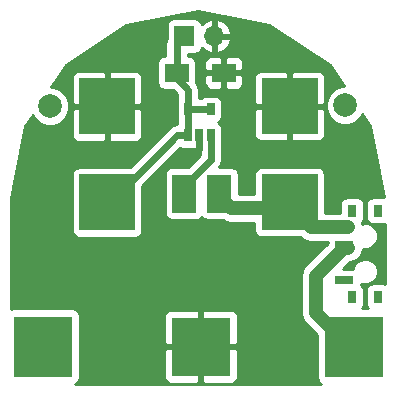
<source format=gbr>
G04 #@! TF.FileFunction,Copper,L1,Top,Signal*
%FSLAX46Y46*%
G04 Gerber Fmt 4.6, Leading zero omitted, Abs format (unit mm)*
G04 Created by KiCad (PCBNEW 4.0.1-stable) date 2018年05月23日 水曜日 13:50:07*
%MOMM*%
G01*
G04 APERTURE LIST*
%ADD10C,0.020000*%
%ADD11R,5.000000X5.000000*%
%ADD12R,5.000000X5.200000*%
%ADD13C,2.000000*%
%ADD14R,4.700000X4.700000*%
%ADD15R,2.000000X1.600000*%
%ADD16R,2.000000X3.200000*%
%ADD17R,1.500000X0.700000*%
%ADD18R,0.800000X1.000000*%
%ADD19R,1.700000X1.700000*%
%ADD20O,1.700000X1.700000*%
%ADD21R,0.650000X1.060000*%
%ADD22C,0.600000*%
%ADD23C,1.200000*%
%ADD24C,0.254000*%
G04 APERTURE END LIST*
D10*
D11*
X148762720Y-117642640D03*
D12*
X161762720Y-117642640D03*
X135362720Y-117642640D03*
D13*
X135976360Y-97292160D03*
X160985200Y-97231200D03*
D14*
X156281120Y-105406000D03*
X156281120Y-97286000D03*
D15*
X146708360Y-94462600D03*
X150708360Y-94462600D03*
D14*
X140827760Y-105436480D03*
X140827760Y-97316480D03*
D16*
X150338920Y-104683560D03*
X147338920Y-104683560D03*
D17*
X160921720Y-112033880D03*
X160921720Y-109033880D03*
X160921720Y-107533880D03*
D18*
X163781720Y-113433880D03*
X163781720Y-106133880D03*
X161571720Y-106133880D03*
X161571720Y-113433880D03*
D19*
X147360640Y-91348560D03*
D20*
X149900640Y-91348560D03*
D21*
X147690800Y-99766120D03*
X148640800Y-99766120D03*
X149590800Y-99766120D03*
X149590800Y-97566120D03*
X147690800Y-97566120D03*
D22*
X148640800Y-99766120D02*
X148640800Y-100896120D01*
X148640800Y-100896120D02*
X148424600Y-101112320D01*
D23*
X161246840Y-109277720D02*
X160846840Y-109277720D01*
X158484080Y-111640480D02*
X158484080Y-114782440D01*
X158484080Y-114782440D02*
X162184080Y-118482440D01*
X160846840Y-109277720D02*
X158484080Y-111640480D01*
X162184080Y-118482440D02*
X162184080Y-118582440D01*
D22*
X149600920Y-100906240D02*
X149600920Y-101821560D01*
X149600920Y-101821560D02*
X147338920Y-104083560D01*
X147338920Y-104083560D02*
X147338920Y-104683560D01*
X149590800Y-99766120D02*
X149590800Y-100896120D01*
X149590800Y-100896120D02*
X149600920Y-100906240D01*
X147374480Y-105008680D02*
X147374480Y-104408680D01*
X146706840Y-94924880D02*
X146706840Y-92002360D01*
X146706840Y-92002360D02*
X147360640Y-91348560D01*
X147690800Y-97566120D02*
X147690800Y-95908840D01*
X147690800Y-95908840D02*
X146706840Y-94924880D01*
X147690800Y-97566120D02*
X149590800Y-97566120D01*
X147690800Y-99766120D02*
X147690800Y-97566120D01*
X147690800Y-99766120D02*
X146765800Y-99766120D01*
X146765800Y-99766120D02*
X140704280Y-105827640D01*
X140704280Y-105827640D02*
X140680440Y-105827640D01*
D23*
X156301440Y-105919080D02*
X151284880Y-105919080D01*
X151284880Y-105919080D02*
X150374480Y-105008680D01*
X161217000Y-107543600D02*
X158130240Y-107543600D01*
D24*
G36*
X154548102Y-90404844D02*
X159674504Y-93830196D01*
X160854433Y-95596085D01*
X160661405Y-95595916D01*
X160060257Y-95844306D01*
X159599922Y-96303837D01*
X159350484Y-96904552D01*
X159349916Y-97554995D01*
X159598306Y-98156143D01*
X160057837Y-98616478D01*
X160658552Y-98865916D01*
X161308995Y-98866484D01*
X161910143Y-98618094D01*
X162370478Y-98158563D01*
X162445655Y-97977516D01*
X163099856Y-98956596D01*
X164304200Y-105011243D01*
X164181720Y-104986440D01*
X163381720Y-104986440D01*
X163146403Y-105030718D01*
X162930279Y-105169790D01*
X162785289Y-105381990D01*
X162734280Y-105633880D01*
X162734280Y-106633880D01*
X162778558Y-106869197D01*
X162917630Y-107085321D01*
X163129830Y-107230311D01*
X163381720Y-107281320D01*
X164181720Y-107281320D01*
X164316100Y-107256035D01*
X164316100Y-112313653D01*
X164181720Y-112286440D01*
X163381720Y-112286440D01*
X163146403Y-112330718D01*
X162930279Y-112469790D01*
X162785289Y-112681990D01*
X162734280Y-112933880D01*
X162734280Y-113933880D01*
X162778558Y-114169197D01*
X162917630Y-114385321D01*
X162932088Y-114395200D01*
X162425054Y-114395200D01*
X162568151Y-114185770D01*
X162619160Y-113933880D01*
X162619160Y-112933880D01*
X162574882Y-112698563D01*
X162435810Y-112482439D01*
X162315806Y-112400444D01*
X162319160Y-112383880D01*
X162319160Y-112308152D01*
X162464953Y-112368691D01*
X162896593Y-112369068D01*
X163295520Y-112204234D01*
X163601002Y-111899285D01*
X163766531Y-111500647D01*
X163766908Y-111069007D01*
X163602074Y-110670080D01*
X163297125Y-110364598D01*
X162898487Y-110199069D01*
X162466847Y-110198692D01*
X162067920Y-110363526D01*
X161762438Y-110668475D01*
X161609646Y-111036440D01*
X160834674Y-111036440D01*
X161386093Y-110485021D01*
X161719454Y-110418711D01*
X162120117Y-110150997D01*
X162387831Y-109750334D01*
X162463837Y-109368228D01*
X162464953Y-109368691D01*
X162896593Y-109369068D01*
X163295520Y-109204234D01*
X163601002Y-108899285D01*
X163766531Y-108500647D01*
X163766908Y-108069007D01*
X163602074Y-107670080D01*
X163297125Y-107364598D01*
X162898487Y-107199069D01*
X162466847Y-107198692D01*
X162389731Y-107230556D01*
X162370144Y-107132085D01*
X162423161Y-107097970D01*
X162568151Y-106885770D01*
X162619160Y-106633880D01*
X162619160Y-105633880D01*
X162574882Y-105398563D01*
X162435810Y-105182439D01*
X162223610Y-105037449D01*
X161971720Y-104986440D01*
X161171720Y-104986440D01*
X160936403Y-105030718D01*
X160720279Y-105169790D01*
X160575289Y-105381990D01*
X160524280Y-105633880D01*
X160524280Y-106308600D01*
X159278560Y-106308600D01*
X159278560Y-103056000D01*
X159234282Y-102820683D01*
X159095210Y-102604559D01*
X158883010Y-102459569D01*
X158631120Y-102408560D01*
X153931120Y-102408560D01*
X153695803Y-102452838D01*
X153479679Y-102591910D01*
X153334689Y-102804110D01*
X153283680Y-103056000D01*
X153283680Y-104684080D01*
X151986360Y-104684080D01*
X151986360Y-103083560D01*
X151942082Y-102848243D01*
X151803010Y-102632119D01*
X151590810Y-102487129D01*
X151338920Y-102436120D01*
X150293192Y-102436120D01*
X150464747Y-102179369D01*
X150535920Y-101821560D01*
X150535920Y-100906240D01*
X150525800Y-100855364D01*
X150525800Y-100481004D01*
X150563240Y-100296120D01*
X150563240Y-99236120D01*
X150518962Y-99000803D01*
X150379890Y-98784679D01*
X150204568Y-98664887D01*
X150367241Y-98560210D01*
X150512231Y-98348010D01*
X150563240Y-98096120D01*
X150563240Y-97571750D01*
X153296120Y-97571750D01*
X153296120Y-99762309D01*
X153392793Y-99995698D01*
X153571421Y-100174327D01*
X153804810Y-100271000D01*
X155995370Y-100271000D01*
X156154120Y-100112250D01*
X156154120Y-97413000D01*
X156408120Y-97413000D01*
X156408120Y-100112250D01*
X156566870Y-100271000D01*
X158757430Y-100271000D01*
X158990819Y-100174327D01*
X159169447Y-99995698D01*
X159266120Y-99762309D01*
X159266120Y-97571750D01*
X159107370Y-97413000D01*
X156408120Y-97413000D01*
X156154120Y-97413000D01*
X153454870Y-97413000D01*
X153296120Y-97571750D01*
X150563240Y-97571750D01*
X150563240Y-97036120D01*
X150518962Y-96800803D01*
X150379890Y-96584679D01*
X150167690Y-96439689D01*
X149915800Y-96388680D01*
X149265800Y-96388680D01*
X149030483Y-96432958D01*
X148814359Y-96572030D01*
X148773985Y-96631120D01*
X148625800Y-96631120D01*
X148625800Y-95908845D01*
X148625801Y-95908840D01*
X148554627Y-95551032D01*
X148554627Y-95551031D01*
X148355800Y-95253464D01*
X148355800Y-94748350D01*
X149073360Y-94748350D01*
X149073360Y-95388910D01*
X149170033Y-95622299D01*
X149348662Y-95800927D01*
X149582051Y-95897600D01*
X150422610Y-95897600D01*
X150581360Y-95738850D01*
X150581360Y-94589600D01*
X150835360Y-94589600D01*
X150835360Y-95738850D01*
X150994110Y-95897600D01*
X151834669Y-95897600D01*
X152068058Y-95800927D01*
X152246687Y-95622299D01*
X152343360Y-95388910D01*
X152343360Y-94809691D01*
X153296120Y-94809691D01*
X153296120Y-97000250D01*
X153454870Y-97159000D01*
X156154120Y-97159000D01*
X156154120Y-94459750D01*
X156408120Y-94459750D01*
X156408120Y-97159000D01*
X159107370Y-97159000D01*
X159266120Y-97000250D01*
X159266120Y-94809691D01*
X159169447Y-94576302D01*
X158990819Y-94397673D01*
X158757430Y-94301000D01*
X156566870Y-94301000D01*
X156408120Y-94459750D01*
X156154120Y-94459750D01*
X155995370Y-94301000D01*
X153804810Y-94301000D01*
X153571421Y-94397673D01*
X153392793Y-94576302D01*
X153296120Y-94809691D01*
X152343360Y-94809691D01*
X152343360Y-94748350D01*
X152184610Y-94589600D01*
X150835360Y-94589600D01*
X150581360Y-94589600D01*
X149232110Y-94589600D01*
X149073360Y-94748350D01*
X148355800Y-94748350D01*
X148355800Y-93662600D01*
X148332034Y-93536290D01*
X149073360Y-93536290D01*
X149073360Y-94176850D01*
X149232110Y-94335600D01*
X150581360Y-94335600D01*
X150581360Y-93186350D01*
X150835360Y-93186350D01*
X150835360Y-94335600D01*
X152184610Y-94335600D01*
X152343360Y-94176850D01*
X152343360Y-93536290D01*
X152246687Y-93302901D01*
X152068058Y-93124273D01*
X151834669Y-93027600D01*
X150994110Y-93027600D01*
X150835360Y-93186350D01*
X150581360Y-93186350D01*
X150422610Y-93027600D01*
X149582051Y-93027600D01*
X149348662Y-93124273D01*
X149170033Y-93302901D01*
X149073360Y-93536290D01*
X148332034Y-93536290D01*
X148311522Y-93427283D01*
X148172450Y-93211159D01*
X147960250Y-93066169D01*
X147708360Y-93015160D01*
X147641840Y-93015160D01*
X147641840Y-92846000D01*
X148210640Y-92846000D01*
X148445957Y-92801722D01*
X148662081Y-92662650D01*
X148807071Y-92450450D01*
X148830195Y-92336259D01*
X149019282Y-92543743D01*
X149543748Y-92790046D01*
X149773640Y-92669379D01*
X149773640Y-91475560D01*
X150027640Y-91475560D01*
X150027640Y-92669379D01*
X150257532Y-92790046D01*
X150781998Y-92543743D01*
X151172285Y-92115484D01*
X151342116Y-91705450D01*
X151220795Y-91475560D01*
X150027640Y-91475560D01*
X149773640Y-91475560D01*
X149753640Y-91475560D01*
X149753640Y-91221560D01*
X149773640Y-91221560D01*
X149773640Y-90027741D01*
X150027640Y-90027741D01*
X150027640Y-91221560D01*
X151220795Y-91221560D01*
X151342116Y-90991670D01*
X151172285Y-90581636D01*
X150781998Y-90153377D01*
X150257532Y-89907074D01*
X150027640Y-90027741D01*
X149773640Y-90027741D01*
X149543748Y-89907074D01*
X149019282Y-90153377D01*
X148831832Y-90359064D01*
X148813802Y-90263243D01*
X148674730Y-90047119D01*
X148462530Y-89902129D01*
X148210640Y-89851120D01*
X146510640Y-89851120D01*
X146275323Y-89895398D01*
X146059199Y-90034470D01*
X145914209Y-90246670D01*
X145863200Y-90498560D01*
X145863200Y-91614339D01*
X145843013Y-91644551D01*
X145771840Y-92002360D01*
X145771840Y-93015160D01*
X145708360Y-93015160D01*
X145473043Y-93059438D01*
X145256919Y-93198510D01*
X145111929Y-93410710D01*
X145060920Y-93662600D01*
X145060920Y-95262600D01*
X145105198Y-95497917D01*
X145244270Y-95714041D01*
X145456470Y-95859031D01*
X145708360Y-95910040D01*
X146369710Y-95910040D01*
X146755800Y-96296130D01*
X146755800Y-96851236D01*
X146718360Y-97036120D01*
X146718360Y-98096120D01*
X146755800Y-98295096D01*
X146755800Y-98833109D01*
X146407991Y-98902293D01*
X146104655Y-99104975D01*
X142770590Y-102439040D01*
X138477760Y-102439040D01*
X138242443Y-102483318D01*
X138026319Y-102622390D01*
X137881329Y-102834590D01*
X137830320Y-103086480D01*
X137830320Y-107786480D01*
X137874598Y-108021797D01*
X138013670Y-108237921D01*
X138225870Y-108382911D01*
X138477760Y-108433920D01*
X143177760Y-108433920D01*
X143413077Y-108389642D01*
X143629201Y-108250570D01*
X143774191Y-108038370D01*
X143825200Y-107786480D01*
X143825200Y-104029010D01*
X147023460Y-100830750D01*
X147113910Y-100892551D01*
X147365800Y-100943560D01*
X148015800Y-100943560D01*
X148155886Y-100917201D01*
X148189490Y-100931120D01*
X148355050Y-100931120D01*
X148513800Y-100772370D01*
X148513800Y-100692069D01*
X148612231Y-100548010D01*
X148639976Y-100411000D01*
X148655800Y-100495096D01*
X148655800Y-100896120D01*
X148665920Y-100946996D01*
X148665920Y-101434270D01*
X147664070Y-102436120D01*
X146338920Y-102436120D01*
X146103603Y-102480398D01*
X145887479Y-102619470D01*
X145742489Y-102831670D01*
X145691480Y-103083560D01*
X145691480Y-106283560D01*
X145735758Y-106518877D01*
X145874830Y-106735001D01*
X146087030Y-106879991D01*
X146338920Y-106931000D01*
X148338920Y-106931000D01*
X148574237Y-106886722D01*
X148790361Y-106747650D01*
X148838054Y-106677849D01*
X148874830Y-106735001D01*
X149087030Y-106879991D01*
X149338920Y-106931000D01*
X150619097Y-106931000D01*
X150812266Y-107060071D01*
X151284880Y-107154080D01*
X153283680Y-107154080D01*
X153283680Y-107756000D01*
X153327958Y-107991317D01*
X153467030Y-108207441D01*
X153679230Y-108352431D01*
X153931120Y-108403440D01*
X157247985Y-108403440D01*
X157256963Y-108416877D01*
X157657626Y-108684591D01*
X158130240Y-108778600D01*
X159524280Y-108778600D01*
X159524280Y-108853726D01*
X157610803Y-110767203D01*
X157343089Y-111167866D01*
X157249080Y-111640480D01*
X157249080Y-114782440D01*
X157343089Y-115255054D01*
X157610803Y-115655717D01*
X158615280Y-116660194D01*
X158615280Y-120242640D01*
X158659558Y-120477957D01*
X158798630Y-120694081D01*
X158980870Y-120818600D01*
X138140310Y-120818600D01*
X138314161Y-120706730D01*
X138459151Y-120494530D01*
X138510160Y-120242640D01*
X138510160Y-117928390D01*
X145627720Y-117928390D01*
X145627720Y-120268950D01*
X145724393Y-120502339D01*
X145903022Y-120680967D01*
X146136411Y-120777640D01*
X148476970Y-120777640D01*
X148635720Y-120618890D01*
X148635720Y-117769640D01*
X148889720Y-117769640D01*
X148889720Y-120618890D01*
X149048470Y-120777640D01*
X151389029Y-120777640D01*
X151622418Y-120680967D01*
X151801047Y-120502339D01*
X151897720Y-120268950D01*
X151897720Y-117928390D01*
X151738970Y-117769640D01*
X148889720Y-117769640D01*
X148635720Y-117769640D01*
X145786470Y-117769640D01*
X145627720Y-117928390D01*
X138510160Y-117928390D01*
X138510160Y-115042640D01*
X138505210Y-115016330D01*
X145627720Y-115016330D01*
X145627720Y-117356890D01*
X145786470Y-117515640D01*
X148635720Y-117515640D01*
X148635720Y-114666390D01*
X148889720Y-114666390D01*
X148889720Y-117515640D01*
X151738970Y-117515640D01*
X151897720Y-117356890D01*
X151897720Y-115016330D01*
X151801047Y-114782941D01*
X151622418Y-114604313D01*
X151389029Y-114507640D01*
X149048470Y-114507640D01*
X148889720Y-114666390D01*
X148635720Y-114666390D01*
X148476970Y-114507640D01*
X146136411Y-114507640D01*
X145903022Y-114604313D01*
X145724393Y-114782941D01*
X145627720Y-115016330D01*
X138505210Y-115016330D01*
X138465882Y-114807323D01*
X138326810Y-114591199D01*
X138114610Y-114446209D01*
X137862720Y-114395200D01*
X132862720Y-114395200D01*
X132686100Y-114428433D01*
X132686100Y-105071067D01*
X133902344Y-98956598D01*
X134515718Y-98038619D01*
X134589466Y-98217103D01*
X135048997Y-98677438D01*
X135649712Y-98926876D01*
X136300155Y-98927444D01*
X136901303Y-98679054D01*
X137361638Y-98219523D01*
X137611076Y-97618808D01*
X137611090Y-97602230D01*
X137842760Y-97602230D01*
X137842760Y-99792789D01*
X137939433Y-100026178D01*
X138118061Y-100204807D01*
X138351450Y-100301480D01*
X140542010Y-100301480D01*
X140700760Y-100142730D01*
X140700760Y-97443480D01*
X140954760Y-97443480D01*
X140954760Y-100142730D01*
X141113510Y-100301480D01*
X143304070Y-100301480D01*
X143537459Y-100204807D01*
X143716087Y-100026178D01*
X143812760Y-99792789D01*
X143812760Y-97602230D01*
X143654010Y-97443480D01*
X140954760Y-97443480D01*
X140700760Y-97443480D01*
X138001510Y-97443480D01*
X137842760Y-97602230D01*
X137611090Y-97602230D01*
X137611644Y-96968365D01*
X137363254Y-96367217D01*
X136903723Y-95906882D01*
X136303008Y-95657444D01*
X136106882Y-95657273D01*
X136652852Y-94840171D01*
X137842760Y-94840171D01*
X137842760Y-97030730D01*
X138001510Y-97189480D01*
X140700760Y-97189480D01*
X140700760Y-94490230D01*
X140954760Y-94490230D01*
X140954760Y-97189480D01*
X143654010Y-97189480D01*
X143812760Y-97030730D01*
X143812760Y-94840171D01*
X143716087Y-94606782D01*
X143537459Y-94428153D01*
X143304070Y-94331480D01*
X141113510Y-94331480D01*
X140954760Y-94490230D01*
X140700760Y-94490230D01*
X140542010Y-94331480D01*
X138351450Y-94331480D01*
X138118061Y-94428153D01*
X137939433Y-94606782D01*
X137842760Y-94840171D01*
X136652852Y-94840171D01*
X137327696Y-93830196D01*
X142454096Y-90404844D01*
X148501100Y-89202020D01*
X154548102Y-90404844D01*
X154548102Y-90404844D01*
G37*
X154548102Y-90404844D02*
X159674504Y-93830196D01*
X160854433Y-95596085D01*
X160661405Y-95595916D01*
X160060257Y-95844306D01*
X159599922Y-96303837D01*
X159350484Y-96904552D01*
X159349916Y-97554995D01*
X159598306Y-98156143D01*
X160057837Y-98616478D01*
X160658552Y-98865916D01*
X161308995Y-98866484D01*
X161910143Y-98618094D01*
X162370478Y-98158563D01*
X162445655Y-97977516D01*
X163099856Y-98956596D01*
X164304200Y-105011243D01*
X164181720Y-104986440D01*
X163381720Y-104986440D01*
X163146403Y-105030718D01*
X162930279Y-105169790D01*
X162785289Y-105381990D01*
X162734280Y-105633880D01*
X162734280Y-106633880D01*
X162778558Y-106869197D01*
X162917630Y-107085321D01*
X163129830Y-107230311D01*
X163381720Y-107281320D01*
X164181720Y-107281320D01*
X164316100Y-107256035D01*
X164316100Y-112313653D01*
X164181720Y-112286440D01*
X163381720Y-112286440D01*
X163146403Y-112330718D01*
X162930279Y-112469790D01*
X162785289Y-112681990D01*
X162734280Y-112933880D01*
X162734280Y-113933880D01*
X162778558Y-114169197D01*
X162917630Y-114385321D01*
X162932088Y-114395200D01*
X162425054Y-114395200D01*
X162568151Y-114185770D01*
X162619160Y-113933880D01*
X162619160Y-112933880D01*
X162574882Y-112698563D01*
X162435810Y-112482439D01*
X162315806Y-112400444D01*
X162319160Y-112383880D01*
X162319160Y-112308152D01*
X162464953Y-112368691D01*
X162896593Y-112369068D01*
X163295520Y-112204234D01*
X163601002Y-111899285D01*
X163766531Y-111500647D01*
X163766908Y-111069007D01*
X163602074Y-110670080D01*
X163297125Y-110364598D01*
X162898487Y-110199069D01*
X162466847Y-110198692D01*
X162067920Y-110363526D01*
X161762438Y-110668475D01*
X161609646Y-111036440D01*
X160834674Y-111036440D01*
X161386093Y-110485021D01*
X161719454Y-110418711D01*
X162120117Y-110150997D01*
X162387831Y-109750334D01*
X162463837Y-109368228D01*
X162464953Y-109368691D01*
X162896593Y-109369068D01*
X163295520Y-109204234D01*
X163601002Y-108899285D01*
X163766531Y-108500647D01*
X163766908Y-108069007D01*
X163602074Y-107670080D01*
X163297125Y-107364598D01*
X162898487Y-107199069D01*
X162466847Y-107198692D01*
X162389731Y-107230556D01*
X162370144Y-107132085D01*
X162423161Y-107097970D01*
X162568151Y-106885770D01*
X162619160Y-106633880D01*
X162619160Y-105633880D01*
X162574882Y-105398563D01*
X162435810Y-105182439D01*
X162223610Y-105037449D01*
X161971720Y-104986440D01*
X161171720Y-104986440D01*
X160936403Y-105030718D01*
X160720279Y-105169790D01*
X160575289Y-105381990D01*
X160524280Y-105633880D01*
X160524280Y-106308600D01*
X159278560Y-106308600D01*
X159278560Y-103056000D01*
X159234282Y-102820683D01*
X159095210Y-102604559D01*
X158883010Y-102459569D01*
X158631120Y-102408560D01*
X153931120Y-102408560D01*
X153695803Y-102452838D01*
X153479679Y-102591910D01*
X153334689Y-102804110D01*
X153283680Y-103056000D01*
X153283680Y-104684080D01*
X151986360Y-104684080D01*
X151986360Y-103083560D01*
X151942082Y-102848243D01*
X151803010Y-102632119D01*
X151590810Y-102487129D01*
X151338920Y-102436120D01*
X150293192Y-102436120D01*
X150464747Y-102179369D01*
X150535920Y-101821560D01*
X150535920Y-100906240D01*
X150525800Y-100855364D01*
X150525800Y-100481004D01*
X150563240Y-100296120D01*
X150563240Y-99236120D01*
X150518962Y-99000803D01*
X150379890Y-98784679D01*
X150204568Y-98664887D01*
X150367241Y-98560210D01*
X150512231Y-98348010D01*
X150563240Y-98096120D01*
X150563240Y-97571750D01*
X153296120Y-97571750D01*
X153296120Y-99762309D01*
X153392793Y-99995698D01*
X153571421Y-100174327D01*
X153804810Y-100271000D01*
X155995370Y-100271000D01*
X156154120Y-100112250D01*
X156154120Y-97413000D01*
X156408120Y-97413000D01*
X156408120Y-100112250D01*
X156566870Y-100271000D01*
X158757430Y-100271000D01*
X158990819Y-100174327D01*
X159169447Y-99995698D01*
X159266120Y-99762309D01*
X159266120Y-97571750D01*
X159107370Y-97413000D01*
X156408120Y-97413000D01*
X156154120Y-97413000D01*
X153454870Y-97413000D01*
X153296120Y-97571750D01*
X150563240Y-97571750D01*
X150563240Y-97036120D01*
X150518962Y-96800803D01*
X150379890Y-96584679D01*
X150167690Y-96439689D01*
X149915800Y-96388680D01*
X149265800Y-96388680D01*
X149030483Y-96432958D01*
X148814359Y-96572030D01*
X148773985Y-96631120D01*
X148625800Y-96631120D01*
X148625800Y-95908845D01*
X148625801Y-95908840D01*
X148554627Y-95551032D01*
X148554627Y-95551031D01*
X148355800Y-95253464D01*
X148355800Y-94748350D01*
X149073360Y-94748350D01*
X149073360Y-95388910D01*
X149170033Y-95622299D01*
X149348662Y-95800927D01*
X149582051Y-95897600D01*
X150422610Y-95897600D01*
X150581360Y-95738850D01*
X150581360Y-94589600D01*
X150835360Y-94589600D01*
X150835360Y-95738850D01*
X150994110Y-95897600D01*
X151834669Y-95897600D01*
X152068058Y-95800927D01*
X152246687Y-95622299D01*
X152343360Y-95388910D01*
X152343360Y-94809691D01*
X153296120Y-94809691D01*
X153296120Y-97000250D01*
X153454870Y-97159000D01*
X156154120Y-97159000D01*
X156154120Y-94459750D01*
X156408120Y-94459750D01*
X156408120Y-97159000D01*
X159107370Y-97159000D01*
X159266120Y-97000250D01*
X159266120Y-94809691D01*
X159169447Y-94576302D01*
X158990819Y-94397673D01*
X158757430Y-94301000D01*
X156566870Y-94301000D01*
X156408120Y-94459750D01*
X156154120Y-94459750D01*
X155995370Y-94301000D01*
X153804810Y-94301000D01*
X153571421Y-94397673D01*
X153392793Y-94576302D01*
X153296120Y-94809691D01*
X152343360Y-94809691D01*
X152343360Y-94748350D01*
X152184610Y-94589600D01*
X150835360Y-94589600D01*
X150581360Y-94589600D01*
X149232110Y-94589600D01*
X149073360Y-94748350D01*
X148355800Y-94748350D01*
X148355800Y-93662600D01*
X148332034Y-93536290D01*
X149073360Y-93536290D01*
X149073360Y-94176850D01*
X149232110Y-94335600D01*
X150581360Y-94335600D01*
X150581360Y-93186350D01*
X150835360Y-93186350D01*
X150835360Y-94335600D01*
X152184610Y-94335600D01*
X152343360Y-94176850D01*
X152343360Y-93536290D01*
X152246687Y-93302901D01*
X152068058Y-93124273D01*
X151834669Y-93027600D01*
X150994110Y-93027600D01*
X150835360Y-93186350D01*
X150581360Y-93186350D01*
X150422610Y-93027600D01*
X149582051Y-93027600D01*
X149348662Y-93124273D01*
X149170033Y-93302901D01*
X149073360Y-93536290D01*
X148332034Y-93536290D01*
X148311522Y-93427283D01*
X148172450Y-93211159D01*
X147960250Y-93066169D01*
X147708360Y-93015160D01*
X147641840Y-93015160D01*
X147641840Y-92846000D01*
X148210640Y-92846000D01*
X148445957Y-92801722D01*
X148662081Y-92662650D01*
X148807071Y-92450450D01*
X148830195Y-92336259D01*
X149019282Y-92543743D01*
X149543748Y-92790046D01*
X149773640Y-92669379D01*
X149773640Y-91475560D01*
X150027640Y-91475560D01*
X150027640Y-92669379D01*
X150257532Y-92790046D01*
X150781998Y-92543743D01*
X151172285Y-92115484D01*
X151342116Y-91705450D01*
X151220795Y-91475560D01*
X150027640Y-91475560D01*
X149773640Y-91475560D01*
X149753640Y-91475560D01*
X149753640Y-91221560D01*
X149773640Y-91221560D01*
X149773640Y-90027741D01*
X150027640Y-90027741D01*
X150027640Y-91221560D01*
X151220795Y-91221560D01*
X151342116Y-90991670D01*
X151172285Y-90581636D01*
X150781998Y-90153377D01*
X150257532Y-89907074D01*
X150027640Y-90027741D01*
X149773640Y-90027741D01*
X149543748Y-89907074D01*
X149019282Y-90153377D01*
X148831832Y-90359064D01*
X148813802Y-90263243D01*
X148674730Y-90047119D01*
X148462530Y-89902129D01*
X148210640Y-89851120D01*
X146510640Y-89851120D01*
X146275323Y-89895398D01*
X146059199Y-90034470D01*
X145914209Y-90246670D01*
X145863200Y-90498560D01*
X145863200Y-91614339D01*
X145843013Y-91644551D01*
X145771840Y-92002360D01*
X145771840Y-93015160D01*
X145708360Y-93015160D01*
X145473043Y-93059438D01*
X145256919Y-93198510D01*
X145111929Y-93410710D01*
X145060920Y-93662600D01*
X145060920Y-95262600D01*
X145105198Y-95497917D01*
X145244270Y-95714041D01*
X145456470Y-95859031D01*
X145708360Y-95910040D01*
X146369710Y-95910040D01*
X146755800Y-96296130D01*
X146755800Y-96851236D01*
X146718360Y-97036120D01*
X146718360Y-98096120D01*
X146755800Y-98295096D01*
X146755800Y-98833109D01*
X146407991Y-98902293D01*
X146104655Y-99104975D01*
X142770590Y-102439040D01*
X138477760Y-102439040D01*
X138242443Y-102483318D01*
X138026319Y-102622390D01*
X137881329Y-102834590D01*
X137830320Y-103086480D01*
X137830320Y-107786480D01*
X137874598Y-108021797D01*
X138013670Y-108237921D01*
X138225870Y-108382911D01*
X138477760Y-108433920D01*
X143177760Y-108433920D01*
X143413077Y-108389642D01*
X143629201Y-108250570D01*
X143774191Y-108038370D01*
X143825200Y-107786480D01*
X143825200Y-104029010D01*
X147023460Y-100830750D01*
X147113910Y-100892551D01*
X147365800Y-100943560D01*
X148015800Y-100943560D01*
X148155886Y-100917201D01*
X148189490Y-100931120D01*
X148355050Y-100931120D01*
X148513800Y-100772370D01*
X148513800Y-100692069D01*
X148612231Y-100548010D01*
X148639976Y-100411000D01*
X148655800Y-100495096D01*
X148655800Y-100896120D01*
X148665920Y-100946996D01*
X148665920Y-101434270D01*
X147664070Y-102436120D01*
X146338920Y-102436120D01*
X146103603Y-102480398D01*
X145887479Y-102619470D01*
X145742489Y-102831670D01*
X145691480Y-103083560D01*
X145691480Y-106283560D01*
X145735758Y-106518877D01*
X145874830Y-106735001D01*
X146087030Y-106879991D01*
X146338920Y-106931000D01*
X148338920Y-106931000D01*
X148574237Y-106886722D01*
X148790361Y-106747650D01*
X148838054Y-106677849D01*
X148874830Y-106735001D01*
X149087030Y-106879991D01*
X149338920Y-106931000D01*
X150619097Y-106931000D01*
X150812266Y-107060071D01*
X151284880Y-107154080D01*
X153283680Y-107154080D01*
X153283680Y-107756000D01*
X153327958Y-107991317D01*
X153467030Y-108207441D01*
X153679230Y-108352431D01*
X153931120Y-108403440D01*
X157247985Y-108403440D01*
X157256963Y-108416877D01*
X157657626Y-108684591D01*
X158130240Y-108778600D01*
X159524280Y-108778600D01*
X159524280Y-108853726D01*
X157610803Y-110767203D01*
X157343089Y-111167866D01*
X157249080Y-111640480D01*
X157249080Y-114782440D01*
X157343089Y-115255054D01*
X157610803Y-115655717D01*
X158615280Y-116660194D01*
X158615280Y-120242640D01*
X158659558Y-120477957D01*
X158798630Y-120694081D01*
X158980870Y-120818600D01*
X138140310Y-120818600D01*
X138314161Y-120706730D01*
X138459151Y-120494530D01*
X138510160Y-120242640D01*
X138510160Y-117928390D01*
X145627720Y-117928390D01*
X145627720Y-120268950D01*
X145724393Y-120502339D01*
X145903022Y-120680967D01*
X146136411Y-120777640D01*
X148476970Y-120777640D01*
X148635720Y-120618890D01*
X148635720Y-117769640D01*
X148889720Y-117769640D01*
X148889720Y-120618890D01*
X149048470Y-120777640D01*
X151389029Y-120777640D01*
X151622418Y-120680967D01*
X151801047Y-120502339D01*
X151897720Y-120268950D01*
X151897720Y-117928390D01*
X151738970Y-117769640D01*
X148889720Y-117769640D01*
X148635720Y-117769640D01*
X145786470Y-117769640D01*
X145627720Y-117928390D01*
X138510160Y-117928390D01*
X138510160Y-115042640D01*
X138505210Y-115016330D01*
X145627720Y-115016330D01*
X145627720Y-117356890D01*
X145786470Y-117515640D01*
X148635720Y-117515640D01*
X148635720Y-114666390D01*
X148889720Y-114666390D01*
X148889720Y-117515640D01*
X151738970Y-117515640D01*
X151897720Y-117356890D01*
X151897720Y-115016330D01*
X151801047Y-114782941D01*
X151622418Y-114604313D01*
X151389029Y-114507640D01*
X149048470Y-114507640D01*
X148889720Y-114666390D01*
X148635720Y-114666390D01*
X148476970Y-114507640D01*
X146136411Y-114507640D01*
X145903022Y-114604313D01*
X145724393Y-114782941D01*
X145627720Y-115016330D01*
X138505210Y-115016330D01*
X138465882Y-114807323D01*
X138326810Y-114591199D01*
X138114610Y-114446209D01*
X137862720Y-114395200D01*
X132862720Y-114395200D01*
X132686100Y-114428433D01*
X132686100Y-105071067D01*
X133902344Y-98956598D01*
X134515718Y-98038619D01*
X134589466Y-98217103D01*
X135048997Y-98677438D01*
X135649712Y-98926876D01*
X136300155Y-98927444D01*
X136901303Y-98679054D01*
X137361638Y-98219523D01*
X137611076Y-97618808D01*
X137611090Y-97602230D01*
X137842760Y-97602230D01*
X137842760Y-99792789D01*
X137939433Y-100026178D01*
X138118061Y-100204807D01*
X138351450Y-100301480D01*
X140542010Y-100301480D01*
X140700760Y-100142730D01*
X140700760Y-97443480D01*
X140954760Y-97443480D01*
X140954760Y-100142730D01*
X141113510Y-100301480D01*
X143304070Y-100301480D01*
X143537459Y-100204807D01*
X143716087Y-100026178D01*
X143812760Y-99792789D01*
X143812760Y-97602230D01*
X143654010Y-97443480D01*
X140954760Y-97443480D01*
X140700760Y-97443480D01*
X138001510Y-97443480D01*
X137842760Y-97602230D01*
X137611090Y-97602230D01*
X137611644Y-96968365D01*
X137363254Y-96367217D01*
X136903723Y-95906882D01*
X136303008Y-95657444D01*
X136106882Y-95657273D01*
X136652852Y-94840171D01*
X137842760Y-94840171D01*
X137842760Y-97030730D01*
X138001510Y-97189480D01*
X140700760Y-97189480D01*
X140700760Y-94490230D01*
X140954760Y-94490230D01*
X140954760Y-97189480D01*
X143654010Y-97189480D01*
X143812760Y-97030730D01*
X143812760Y-94840171D01*
X143716087Y-94606782D01*
X143537459Y-94428153D01*
X143304070Y-94331480D01*
X141113510Y-94331480D01*
X140954760Y-94490230D01*
X140700760Y-94490230D01*
X140542010Y-94331480D01*
X138351450Y-94331480D01*
X138118061Y-94428153D01*
X137939433Y-94606782D01*
X137842760Y-94840171D01*
X136652852Y-94840171D01*
X137327696Y-93830196D01*
X142454096Y-90404844D01*
X148501100Y-89202020D01*
X154548102Y-90404844D01*
M02*

</source>
